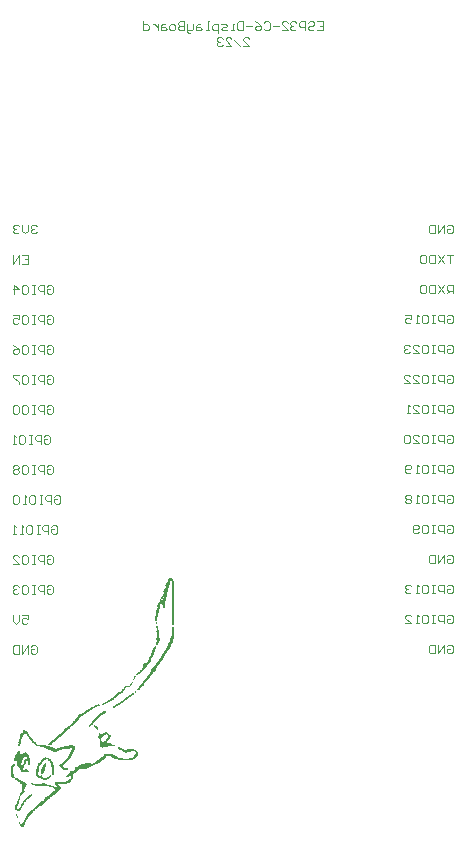
<source format=gbo>
G04*
G04 #@! TF.GenerationSoftware,Altium Limited,Altium Designer,23.1.1 (15)*
G04*
G04 Layer_Color=32896*
%FSLAX44Y44*%
%MOMM*%
G71*
G04*
G04 #@! TF.SameCoordinates,7295AF94-9057-4BB6-BE4D-2D92AE26B948*
G04*
G04*
G04 #@! TF.FilePolarity,Positive*
G04*
G01*
G75*
%ADD14C,0.1250*%
G36*
X973435Y649940D02*
X973700Y649808D01*
X974164Y648946D01*
X974296Y648416D01*
X974694Y647489D01*
X974826Y645369D01*
X974959Y644441D01*
X975091Y644044D01*
X975224Y639936D01*
X975091Y638214D01*
X975224Y636491D01*
X975356Y636094D01*
X975290Y634570D01*
X975157Y632318D01*
X975025Y622645D01*
X975091Y620194D01*
X975224Y619796D01*
X975091Y615689D01*
X975224Y612774D01*
X975356Y612376D01*
X975224Y611051D01*
X974959Y610389D01*
X974760Y610190D01*
X974362Y610057D01*
X973965Y610190D01*
X973700Y610322D01*
X973369Y610786D01*
X973236Y611714D01*
X973369Y613039D01*
X973236Y613436D01*
X973369Y614761D01*
X973501Y615159D01*
X973369Y618339D01*
X973236Y618869D01*
X973369Y620591D01*
X973501Y621121D01*
X973634Y621519D01*
X973501Y623241D01*
X973369Y623639D01*
X973501Y626951D01*
X973369Y627879D01*
X973236Y628276D01*
X973303Y628740D01*
X973435Y629403D01*
X973369Y632516D01*
X973501Y636624D01*
X973369Y637021D01*
X973435Y637882D01*
X973634Y639141D01*
X973501Y639539D01*
X973369Y646031D01*
X973501Y646959D01*
X973369Y647489D01*
X973037Y647820D01*
X972441Y647621D01*
X972110Y647158D01*
X972044Y647091D01*
X971580Y645700D01*
X971381Y644839D01*
X971050Y643978D01*
X970785Y643315D01*
X970586Y642056D01*
X970387Y641328D01*
X970123Y640665D01*
X969924Y639804D01*
X969791Y638479D01*
X969460Y637352D01*
X969261Y636624D01*
X969129Y635299D01*
X968864Y634636D01*
X968731Y633709D01*
X968599Y633179D01*
X968334Y631589D01*
X968069Y630926D01*
X967804Y629071D01*
X967671Y628541D01*
X967539Y628144D01*
X967406Y625626D01*
X967274Y625096D01*
X967075Y624500D01*
X966280Y624367D01*
X965949Y624699D01*
X965816Y626289D01*
X964889Y628276D01*
X964690Y628475D01*
X964425Y628607D01*
X963895Y628475D01*
X963564Y628144D01*
X963431Y626024D01*
X963299Y625494D01*
X963100Y624765D01*
X962968Y624103D01*
X962702Y622513D01*
X962570Y621982D01*
X962040Y620658D01*
X961841Y619531D01*
X961576Y618471D01*
X961179Y617544D01*
X961046Y616351D01*
X960914Y615424D01*
X960649Y614364D01*
X960251Y613436D01*
X960781Y612244D01*
X960715Y611118D01*
X960052Y610985D01*
X959589Y611449D01*
X959456Y613171D01*
X959258Y613900D01*
X959125Y614562D01*
X959191Y615689D01*
X959324Y616086D01*
X959456Y618471D01*
X959589Y619001D01*
X960119Y619796D01*
X960251Y620326D01*
X960119Y620856D01*
X959854Y621121D01*
X959589Y621784D01*
X959854Y622446D01*
X959986Y622711D01*
X960384Y623109D01*
X960516Y624434D01*
X960715Y624632D01*
X961113Y624765D01*
X961311Y624964D01*
X961444Y625229D01*
X961046Y626156D01*
X960914Y626686D01*
X961179Y627349D01*
X961311Y627614D01*
X961510Y627680D01*
X961974Y628276D01*
X962172Y628740D01*
X962371Y629469D01*
X962835Y629800D01*
X963100Y629933D01*
X963299Y630131D01*
X963431Y630529D01*
X963299Y630926D01*
X963166Y631986D01*
X963365Y632185D01*
X964027Y632450D01*
X964226Y633841D01*
X964690Y634305D01*
X964955Y634437D01*
X965286Y634901D01*
X965419Y635431D01*
X965618Y636027D01*
X966677Y636292D01*
X966876Y636491D01*
X967009Y637286D01*
X966677Y637617D01*
X966413Y637750D01*
X966214Y637949D01*
X966081Y638346D01*
X966346Y639274D01*
X966943Y639870D01*
X967340Y641328D01*
X968135Y641460D01*
X968334Y641659D01*
X968466Y642454D01*
X968002Y642653D01*
X967804Y642851D01*
X967671Y643514D01*
X967804Y644044D01*
X968334Y644574D01*
X968731Y645236D01*
X969062Y646097D01*
X969791Y646561D01*
X970123Y647025D01*
X970056Y647356D01*
X969659Y647754D01*
X969526Y648151D01*
X969659Y648681D01*
X970056Y649079D01*
X970918Y649410D01*
X970984Y649609D01*
X971448Y650072D01*
X972773Y650205D01*
X973435Y649940D01*
D02*
G37*
G36*
X961113Y609528D02*
X961510Y608865D01*
X961576Y608799D01*
X961643Y608467D01*
X961908Y607407D01*
X962106Y605221D01*
X962305Y604492D01*
X962438Y603830D01*
X962636Y600849D01*
X962769Y600451D01*
X962901Y597271D01*
X962636Y595681D01*
X962106Y595151D01*
X961775Y594688D01*
X961444Y593826D01*
X961245Y593628D01*
X960450Y593495D01*
X960251Y593694D01*
X960119Y593959D01*
X959589Y594489D01*
X959456Y595284D01*
X959788Y595615D01*
X960052Y595747D01*
X960450Y596145D01*
X960583Y596675D01*
X960516Y597536D01*
X960251Y597801D01*
X960119Y598331D01*
X960251Y598861D01*
X960516Y599126D01*
X960649Y600186D01*
X960384Y601776D01*
X960516Y602174D01*
X960649Y603366D01*
X960516Y603896D01*
X960251Y604559D01*
X960119Y605354D01*
X960384Y606016D01*
X960516Y607209D01*
X959986Y608004D01*
X959854Y608666D01*
X959986Y609196D01*
X960583Y609660D01*
X961113Y609528D01*
D02*
G37*
G36*
X959854Y592369D02*
X959986Y592104D01*
X959854Y591176D01*
X959589Y590116D01*
X959324Y589454D01*
X958661Y588394D01*
X958529Y587466D01*
X958131Y586141D01*
X957999Y585611D01*
X957005Y583690D01*
X956674Y582829D01*
X956011Y581371D01*
X955680Y580908D01*
X955481Y580179D01*
X955216Y579119D01*
X954951Y578854D01*
X954819Y578589D01*
X953361Y577131D01*
X953229Y576866D01*
X952566Y575939D01*
X952434Y575674D01*
X952036Y575276D01*
X951904Y575011D01*
X951374Y574481D01*
X951241Y574216D01*
X950976Y573951D01*
X950844Y573686D01*
X949453Y572295D01*
X949187Y572163D01*
X948989Y571964D01*
X948326Y570771D01*
X947862Y570308D01*
X946670Y569645D01*
X945875Y568850D01*
X945478Y568717D01*
X945080Y569115D01*
X944484Y569049D01*
X944351Y567989D01*
X943357Y567923D01*
X943225Y568187D01*
X943291Y568519D01*
X943556Y569181D01*
X944351Y570639D01*
X944815Y570970D01*
X945014Y570771D01*
X945146Y570374D01*
X945345Y570175D01*
X946008Y570042D01*
X946339Y570374D01*
X946273Y571500D01*
X945809Y571699D01*
X945676Y572096D01*
X946140Y572163D01*
X946537Y571765D01*
X947200Y571898D01*
X947531Y572229D01*
X947796Y572891D01*
X947929Y573421D01*
X948591Y574481D01*
X948724Y576204D01*
X948856Y576601D01*
X948989Y576866D01*
X949519Y577661D01*
X949651Y577926D01*
X950247Y578390D01*
X950645Y578257D01*
X951705Y578125D01*
X952235Y578257D01*
X952434Y578456D01*
X952765Y578920D01*
X953428Y579980D01*
X953759Y581371D01*
X954289Y581901D01*
X954421Y583889D01*
X954819Y584154D01*
X955547Y584352D01*
X955879Y584816D01*
X955746Y586539D01*
X956409Y587466D01*
Y587599D01*
Y587731D01*
X956806Y588659D01*
X957469Y589851D01*
X957734Y590514D01*
X959655Y592435D01*
X959854Y592369D01*
D02*
G37*
G36*
X942496Y567061D02*
X942629Y566531D01*
X942496Y566134D01*
X942364Y565869D01*
X941701Y565471D01*
X941569Y564279D01*
X941436Y563749D01*
X940973Y563550D01*
X940641Y564279D01*
X940906Y564941D01*
X941304Y565339D01*
X941436Y566001D01*
X941569Y566531D01*
X941768Y566730D01*
X942032Y566862D01*
X942231Y567061D01*
X942298Y567127D01*
X942496Y567061D01*
D02*
G37*
G36*
X940376Y562424D02*
X940509Y561894D01*
X940244Y561231D01*
X939979Y560966D01*
X939780Y560503D01*
X939449Y559641D01*
X939118Y559310D01*
X938389Y558846D01*
X937859Y558714D01*
X937726Y558051D01*
X937527Y557455D01*
X936998Y557323D01*
X936468Y557455D01*
X936269Y557654D01*
X935540Y558250D01*
X934944Y558184D01*
X934016Y556461D01*
X933354Y555269D01*
X933221Y555004D01*
X932890Y554673D01*
X932824Y554606D01*
X931963Y553745D01*
X931697Y553613D01*
X930902Y552817D01*
X930638Y552685D01*
X929975Y552023D01*
X929710Y551890D01*
X929313Y551493D01*
X929047Y551360D01*
X928120Y550433D01*
X927193Y549902D01*
X926927Y549770D01*
X926066Y548909D01*
X924808Y548047D01*
X924542Y547915D01*
X924013Y547385D01*
X923085Y546855D01*
X921760Y545928D01*
X921495Y545795D01*
X921230Y545530D01*
X920965Y545397D01*
X920700Y545132D01*
X919508Y544470D01*
X918845Y544205D01*
X917984Y543874D01*
X916725Y543410D01*
X916195Y543278D01*
X915930Y543013D01*
X915665Y542880D01*
X915267Y542482D01*
X914075Y542350D01*
X914009Y542814D01*
X914208Y543410D01*
X914870Y543807D01*
X915798Y543940D01*
X915996Y544139D01*
X916328Y544603D01*
X916592Y544735D01*
X916791Y544934D01*
X917454Y545066D01*
X917984Y545199D01*
X918712Y545795D01*
X920038Y546325D01*
X920435Y546722D01*
X921363Y547253D01*
X921628Y547518D01*
X921892Y547650D01*
X921959Y547849D01*
X922290Y548180D01*
X923217Y548843D01*
X923483Y548975D01*
X924277Y550168D01*
X926066Y551161D01*
X926199Y551426D01*
X926397Y551625D01*
X927325Y552155D01*
X927656Y552486D01*
X927988Y552950D01*
X928650Y553348D01*
X929313Y553613D01*
X930041Y554341D01*
X930770Y554938D01*
X931035Y555070D01*
X931432Y555467D01*
X931697Y556130D01*
X932360Y556527D01*
X932559Y556726D01*
X932956Y557389D01*
X933221Y558051D01*
X933486Y558316D01*
X934149Y558581D01*
X934944Y558714D01*
X937660Y558647D01*
X937859Y560039D01*
X938455Y560635D01*
X938919Y560966D01*
X939581Y562159D01*
X940178Y562490D01*
X940376Y562424D01*
D02*
G37*
G36*
X974893Y608732D02*
X975091Y608401D01*
X975025Y604360D01*
X974893Y602108D01*
X974694Y599259D01*
X974561Y597536D01*
X974429Y597006D01*
X973899Y595284D01*
X973634Y594621D01*
X973037Y594290D01*
X972441Y593561D01*
X972309Y592634D01*
X971779Y591441D01*
X971646Y590514D01*
X971381Y589851D01*
X970851Y589321D01*
X970123Y588195D01*
X969460Y587798D01*
X968864Y587069D01*
X968731Y586539D01*
X968268Y586075D01*
X968002Y585942D01*
X967539Y585479D01*
X967406Y584816D01*
X967274Y583889D01*
X967075Y583690D01*
X966810Y583558D01*
X966611Y583226D01*
X966479Y582696D01*
X966214Y582034D01*
X965551Y581371D01*
X964756Y579914D01*
X964624Y579649D01*
X964160Y579185D01*
X963895Y579053D01*
X963696Y578721D01*
X963564Y578456D01*
X963299Y577794D01*
X962968Y577463D01*
X962702Y577330D01*
X962438Y577065D01*
X961841Y576336D01*
X961709Y576071D01*
X960649Y575011D01*
X960516Y574746D01*
X959456Y573686D01*
X959324Y572891D01*
X959456Y572494D01*
X959589Y571699D01*
X959324Y571036D01*
X958926Y570639D01*
X958065Y570308D01*
X957402Y570042D01*
X957071Y569711D01*
X956541Y568386D01*
X956342Y568187D01*
X956077Y568055D01*
X955746Y567724D01*
X955084Y566531D01*
X954554Y566001D01*
X954222Y565537D01*
X953692Y564743D01*
X953428Y564610D01*
X952765Y563947D01*
X952169Y563219D01*
X952036Y562954D01*
X951572Y562490D01*
X951308Y562357D01*
X951109Y562159D01*
X950976Y561894D01*
X950314Y561231D01*
X950181Y560966D01*
X949916Y560701D01*
X949784Y560436D01*
X949519Y559774D01*
X949386Y559244D01*
X949121Y558581D01*
X948392Y558250D01*
X947730Y557985D01*
X947465Y557853D01*
X946471Y556859D01*
X945941Y555931D01*
X945212Y555335D01*
X944682Y555202D01*
X944020Y554938D01*
X943357Y554275D01*
X943159Y554341D01*
X943424Y555004D01*
X943821Y555666D01*
X944351Y556859D01*
X945146Y557654D01*
X945279Y557919D01*
X946736Y559376D01*
X946869Y559641D01*
X947134Y559906D01*
X947266Y560171D01*
X947531Y560436D01*
X947664Y560701D01*
X949121Y562159D01*
X949254Y562424D01*
X949651Y562821D01*
X949784Y563086D01*
X950049Y563351D01*
X950181Y563616D01*
X950446Y563881D01*
X950579Y564146D01*
X951639Y565206D01*
X951771Y565471D01*
X952434Y566399D01*
X952566Y566664D01*
X952831Y566929D01*
X952964Y567194D01*
X953361Y567591D01*
X953891Y568519D01*
X954024Y568784D01*
X954554Y569579D01*
X955481Y571301D01*
X955813Y571632D01*
X957667Y574548D01*
X958264Y575276D01*
X958396Y575541D01*
X959059Y576204D01*
X959191Y576469D01*
X960119Y577396D01*
X960251Y577661D01*
X960516Y577926D01*
X961311Y579384D01*
X961709Y579781D01*
X962504Y580444D01*
X963431Y582166D01*
X963696Y582829D01*
X964094Y583756D01*
X964293Y583955D01*
X964955Y585015D01*
X965154Y585744D01*
X966346Y587466D01*
X966479Y587731D01*
X966876Y588129D01*
X967009Y588394D01*
X967671Y589056D01*
X968201Y589984D01*
X968864Y591441D01*
X969791Y593164D01*
X970785Y595350D01*
X971315Y596145D01*
X971381Y596211D01*
X971779Y597404D01*
X972044Y598066D01*
X972507Y599590D01*
X972640Y600120D01*
X973303Y601842D01*
X973501Y602836D01*
X973369Y604161D01*
X973236Y604559D01*
X973369Y606679D01*
X973501Y607606D01*
X973766Y608269D01*
X973899Y608534D01*
X974362Y608865D01*
X974893Y608732D01*
D02*
G37*
G36*
X942894Y553944D02*
X942629Y553016D01*
X942364Y552751D01*
X941503Y552552D01*
X941039Y551691D01*
X940443Y551095D01*
X940178Y550962D01*
X939118Y550300D01*
X938852Y550168D01*
X938455Y549770D01*
X937793Y549372D01*
X937262Y548843D01*
X936070Y547915D01*
X935805Y547783D01*
X935474Y547451D01*
X935143Y546987D01*
X934877Y546855D01*
X934679Y546656D01*
X933818Y546325D01*
X933619Y546126D01*
X933486Y545861D01*
X933221Y545596D01*
X933089Y545331D01*
X932625Y545000D01*
X932360Y544868D01*
X931697Y544603D01*
X931300Y544205D01*
X931035Y544072D01*
X930770Y543807D01*
X930505Y543675D01*
X929843Y543410D01*
X929577Y543145D01*
X928650Y542615D01*
X927988Y542350D01*
X927458Y541820D01*
X926795Y541423D01*
X925867Y541157D01*
X925470Y540760D01*
X924542Y540098D01*
X923217Y539965D01*
X923151Y540164D01*
X923549Y540826D01*
X923681Y541091D01*
X924013Y541423D01*
X925205Y542085D01*
X926397Y543013D01*
X926927Y543145D01*
X927193Y543410D01*
X927458Y543543D01*
X927722Y543807D01*
X928186Y544139D01*
X929776Y545199D01*
X929843Y545265D01*
X930372Y545530D01*
X930770Y545928D01*
X931035Y546060D01*
X931697Y546722D01*
X932625Y547385D01*
X932890Y547518D01*
X933288Y547915D01*
X934215Y548577D01*
X934480Y548710D01*
X934745Y548975D01*
X935209Y549306D01*
X935938Y549902D01*
X938190Y551095D01*
X938455Y551227D01*
X938720Y551493D01*
X938985Y551625D01*
X939515Y552155D01*
X939780Y552287D01*
X940045Y552552D01*
X941370Y552685D01*
X941701Y553414D01*
X941900Y553613D01*
X942165Y553745D01*
X942430Y554010D01*
X942894Y553944D01*
D02*
G37*
G36*
X917255Y537315D02*
X917719Y536851D01*
X917586Y536454D01*
X917122Y535990D01*
X916858Y535858D01*
X916791Y535659D01*
X916062Y535062D01*
X915400Y534798D01*
X914870Y534665D01*
X914274Y534069D01*
X913214Y533406D01*
X912551Y532214D01*
X912087Y531750D01*
X911160Y531220D01*
X910762Y530822D01*
X909835Y530293D01*
X909239Y529696D01*
X909106Y529431D01*
X908378Y528703D01*
X908112Y528570D01*
X907781Y528239D01*
X907649Y527974D01*
X907384Y527709D01*
X907251Y527444D01*
X906721Y526649D01*
X906589Y526384D01*
X905595Y525390D01*
X905330Y525257D01*
X904270Y524198D01*
X903607Y524065D01*
X903276Y524529D01*
X903409Y525059D01*
X903806Y525721D01*
X904469Y526914D01*
X905529Y527974D01*
X905860Y528438D01*
X906456Y529166D01*
X906589Y529431D01*
X906986Y529829D01*
X907119Y530094D01*
X907318Y530293D01*
X907582Y530425D01*
X908775Y531618D01*
X909040Y531750D01*
X909636Y532346D01*
X909769Y532611D01*
X910034Y532876D01*
X910166Y533141D01*
X910630Y533605D01*
X910895Y533737D01*
X911160Y534002D01*
X911425Y534135D01*
X912021Y534731D01*
X913611Y535791D01*
X913678Y535858D01*
X914141Y536189D01*
X914870Y536785D01*
X915798Y537315D01*
X916328Y537448D01*
X917255Y537315D01*
D02*
G37*
G36*
X908643Y524992D02*
X908907Y524860D01*
X909504Y524264D01*
X909636Y523999D01*
X910365Y523402D01*
X910630Y523270D01*
X911028Y522873D01*
X911226Y522144D01*
X911094Y521614D01*
X910895Y521415D01*
X910232Y521283D01*
X909703Y521415D01*
X909504Y521614D01*
X909371Y521879D01*
X909106Y522144D01*
X908974Y522409D01*
X908576Y522806D01*
X908510Y522873D01*
X907980Y523402D01*
X907318Y524463D01*
X907119Y525191D01*
X907450Y525522D01*
X908643Y524992D01*
D02*
G37*
G36*
X918447Y519825D02*
X918646Y519626D01*
X918779Y519361D01*
X919508Y518633D01*
X920104Y517904D01*
X920236Y517639D01*
X921097Y517175D01*
X921561Y516711D01*
X921694Y516049D01*
X921429Y515386D01*
X921230Y515187D01*
X920634Y514459D01*
X920501Y514194D01*
X919971Y513399D01*
X919309Y512206D01*
X919110Y512007D01*
X918183Y511478D01*
X917984Y511279D01*
X917454Y510351D01*
X916725Y509888D01*
X916460Y509755D01*
X916129Y509424D01*
X915996Y509159D01*
X916460Y508960D01*
X916990Y509092D01*
X917653Y509755D01*
X918315Y509888D01*
X920833Y510020D01*
X921363Y509888D01*
X921959Y509556D01*
X922754Y509026D01*
X923880Y508828D01*
X924808Y508563D01*
X925404Y508231D01*
X925536Y507569D01*
X925338Y507370D01*
X923880Y507238D01*
X922290Y507635D01*
X921363Y507767D01*
X920303Y507503D01*
X919574Y507304D01*
X918249Y506774D01*
X917719Y506641D01*
X916129Y506509D01*
X915267Y506310D01*
X914737Y506177D01*
X913412Y506310D01*
X912551Y506641D01*
X912154Y507304D01*
X912286Y508761D01*
X912419Y509159D01*
X912551Y511809D01*
X912485Y511875D01*
X912419Y511941D01*
X912286Y512736D01*
X912154Y513266D01*
X911889Y513929D01*
X911292Y514393D01*
X911028Y514525D01*
X910564Y515254D01*
X910696Y515784D01*
X911226Y516711D01*
X911359Y517241D01*
X911226Y517771D01*
X911359Y518301D01*
X911557Y518500D01*
X911955Y518633D01*
X913678Y517837D01*
X914208Y517970D01*
X914870Y518235D01*
X916062Y518898D01*
X916328Y519030D01*
X916526Y519229D01*
X917255Y519825D01*
X917917Y519958D01*
X918447Y519825D01*
D02*
G37*
G36*
X911690Y543013D02*
X912286Y542416D01*
X912220Y541953D01*
X911955Y541820D01*
X910895Y541555D01*
X909437Y540892D01*
X907450Y539832D01*
X905993Y539038D01*
X905727Y538773D01*
X905462Y538640D01*
X905198Y538375D01*
X904005Y537713D01*
X903607Y537315D01*
X903343Y537183D01*
X903077Y536917D01*
X902614Y536586D01*
X900957Y535327D01*
X899765Y534665D01*
X899500Y534533D01*
X898440Y533870D01*
X898175Y533737D01*
X898109Y533671D01*
X897910Y533605D01*
X897115Y533075D01*
X895922Y532412D01*
X895658Y532280D01*
X894929Y531551D01*
X894399Y530624D01*
X894001Y529696D01*
X893736Y529034D01*
X893471Y528769D01*
X893339Y528504D01*
X892345Y527775D01*
X892080Y527643D01*
X891550Y527113D01*
X891285Y526980D01*
X890622Y526317D01*
X890026Y525589D01*
X889297Y524992D01*
X889033Y524860D01*
X888503Y524330D01*
X888238Y524198D01*
X887442Y523402D01*
X887178Y523270D01*
X886913Y522873D01*
X886647Y522740D01*
X885853Y521945D01*
X885389Y521614D01*
X884660Y521017D01*
X883733Y520488D01*
X883269Y520024D01*
X882606Y519096D01*
X882474Y518831D01*
X880950Y517308D01*
X880685Y517175D01*
X880619Y516976D01*
X879890Y516247D01*
X879625Y516115D01*
X878962Y515452D01*
X878698Y515320D01*
X878432Y515055D01*
X878167Y514922D01*
X877770Y514525D01*
X877505Y514393D01*
X876445Y513332D01*
X876180Y513200D01*
X875915Y512935D01*
X875650Y512803D01*
X875385Y512537D01*
X875120Y512405D01*
X874723Y512007D01*
X874457Y511875D01*
X873265Y510682D01*
X873000Y510550D01*
X872801Y510351D01*
X872073Y509755D01*
X871410Y509357D01*
X870615Y508828D01*
X869688Y508298D01*
X868760Y508165D01*
X868429Y508496D01*
X868296Y509291D01*
X869025Y509888D01*
X869290Y510020D01*
X870085Y510815D01*
X871012Y511345D01*
X871277Y511478D01*
X872337Y512537D01*
X872602Y512670D01*
X873265Y513332D01*
X874457Y514260D01*
X874723Y514393D01*
X875782Y515452D01*
X876048Y515585D01*
X876312Y515850D01*
X876578Y515983D01*
X877903Y517308D01*
X878167Y517440D01*
X878565Y517837D01*
X879758Y518765D01*
X880023Y518898D01*
X880619Y519626D01*
X880751Y519891D01*
X882209Y521349D01*
X882341Y521614D01*
X883203Y522475D01*
X883467Y522607D01*
X883733Y522873D01*
X883997Y523005D01*
X885058Y523667D01*
X885654Y524396D01*
X885985Y524860D01*
X887178Y525522D01*
X887509Y525854D01*
X887641Y526119D01*
X888370Y526847D01*
X888635Y526980D01*
X888834Y527179D01*
X888966Y527444D01*
X889231Y527709D01*
X889364Y527974D01*
X889695Y528305D01*
X889960Y528438D01*
X890225Y528703D01*
X890490Y528835D01*
X890954Y529696D01*
X891683Y530425D01*
X892279Y531154D01*
X892809Y532081D01*
X893471Y533274D01*
X893935Y533737D01*
X895127Y534400D01*
X897645Y535725D01*
X898572Y536255D01*
X899368Y536387D01*
X900163Y536917D01*
X901620Y537713D01*
X902945Y538640D01*
X903210Y538773D01*
X903409Y538971D01*
X905065Y540230D01*
X906191Y540826D01*
X907251Y541489D01*
X908510Y541953D01*
X910034Y542681D01*
X910696Y542946D01*
X911226Y543079D01*
X911690Y543013D01*
D02*
G37*
G36*
X929114Y506376D02*
X929776Y506111D01*
X930638Y505780D01*
X933420Y504455D01*
X934613Y504323D01*
X935540Y504720D01*
X936335Y504852D01*
X936468D01*
X937793Y504720D01*
X938720Y504852D01*
X939118Y504985D01*
X940111Y504919D01*
X940774Y504786D01*
X941900Y504588D01*
X942430Y504455D01*
X943092Y504190D01*
X944020Y503262D01*
X944616Y502534D01*
X944749Y501739D01*
X944881Y501341D01*
X944749Y500281D01*
X944351Y499354D01*
X944086Y499089D01*
X943954Y498824D01*
X943357Y498228D01*
X943092Y498095D01*
X942828Y497830D01*
X942562Y497697D01*
X942298Y497433D01*
X942032Y497300D01*
X941105Y496637D01*
X939648Y495843D01*
X939118Y495710D01*
X937925Y496240D01*
X936998Y495843D01*
X935805Y495710D01*
X935407Y495843D01*
X933884Y495776D01*
X933354Y495644D01*
X929180Y495710D01*
X928650Y495843D01*
X927325Y496240D01*
X926397Y496637D01*
X925205Y496770D01*
X924542Y497035D01*
X924277Y497168D01*
X923880Y497565D01*
X922754Y498161D01*
X921959Y498691D01*
X921296Y498956D01*
X920766Y499089D01*
X919971Y499221D01*
X918845Y499420D01*
X917520Y499287D01*
X917321Y499089D01*
X917189Y498426D01*
X917321Y498029D01*
X916990Y497168D01*
X914737Y495975D01*
X914473Y495710D01*
X914208Y495578D01*
X913479Y494849D01*
X911823Y493590D01*
X911160Y493192D01*
X910431Y492861D01*
X909636Y492331D01*
X908775Y492000D01*
X907649Y491536D01*
X906390Y491073D01*
X905727Y490807D01*
X904999Y490476D01*
X904137Y490145D01*
X901355Y488820D01*
X900626Y488489D01*
X899964Y488224D01*
X899301Y488091D01*
X897645Y487892D01*
X895127Y488025D01*
X894465Y487760D01*
X894200Y487627D01*
X893802Y487230D01*
X893538Y487098D01*
X893140Y486700D01*
X892875Y486567D01*
X891417Y485110D01*
X891152Y484977D01*
X890821Y484646D01*
X890689Y484381D01*
X890291Y483984D01*
X890159Y483719D01*
X889894Y483454D01*
X889761Y480804D01*
X889496Y480141D01*
X889364Y479876D01*
X889165Y479678D01*
X887906Y478021D01*
X887774Y477756D01*
X887045Y477028D01*
X885853Y476365D01*
X885654Y476166D01*
X884991Y475901D01*
X883865Y475703D01*
X883070Y475173D01*
X882275Y475040D01*
X881612Y475305D01*
X879360Y475438D01*
X878698Y475703D01*
X877505Y475835D01*
X877174Y475239D01*
X877306Y474841D01*
X877770Y474510D01*
X878035Y474378D01*
X878631Y473649D01*
X878764Y473384D01*
X879161Y472986D01*
X879294Y472324D01*
X879161Y471794D01*
X878896Y471529D01*
X878764Y471264D01*
X877770Y470270D01*
X877505Y470137D01*
X875253Y467885D01*
X874987Y467752D01*
X874325Y467090D01*
X874060Y466958D01*
X873464Y466361D01*
X873331Y466096D01*
X873132Y466030D01*
X872868Y465765D01*
X872404Y465434D01*
X871675Y464837D01*
X871410Y464705D01*
X870482Y464308D01*
X869886Y463579D01*
X869754Y463314D01*
X869555Y463115D01*
X869290Y462982D01*
X868760Y462453D01*
X868495Y462320D01*
X867170Y460995D01*
X866905Y460863D01*
X865182Y459140D01*
X864918Y459007D01*
X862996Y457086D01*
X862268Y456490D01*
X860943Y456357D01*
X860015Y456225D01*
X859684Y455894D01*
X859551Y455629D01*
X858822Y454900D01*
X858359Y454569D01*
X858226Y454304D01*
X857829Y453906D01*
X857696Y453641D01*
X857100Y453045D01*
X856835Y452912D01*
X856106Y452184D01*
X855974Y451919D01*
X855576Y451521D01*
X854847Y450925D01*
X854583Y450793D01*
X853854Y450064D01*
X853721Y449799D01*
X853324Y449401D01*
X852794Y448474D01*
X852529Y448209D01*
X852396Y447944D01*
X852197Y447878D01*
X851866Y447546D01*
X851734Y447281D01*
X851469Y447016D01*
X851336Y446486D01*
X850674Y445559D01*
X849879Y444101D01*
X849349Y443174D01*
X849216Y442114D01*
X849084Y441584D01*
X848156Y440259D01*
X848024Y439994D01*
X847295Y439265D01*
X846500Y439132D01*
X845970Y439265D01*
X845639Y439596D01*
X845109Y440524D01*
X844844Y441186D01*
X844711Y441451D01*
X844512Y441517D01*
X843850Y442578D01*
X843651Y443439D01*
X843519Y443836D01*
X843585Y444035D01*
X843850Y443770D01*
X844115Y443638D01*
X844645Y442975D01*
X845109Y441716D01*
X845440Y441385D01*
X846367Y441253D01*
X846765Y441650D01*
X847229Y442909D01*
X847825Y444300D01*
X848156Y445161D01*
X848819Y446089D01*
X849481Y447281D01*
X850674Y449534D01*
X850939Y449799D01*
X851071Y450064D01*
X851336Y450329D01*
X851469Y450594D01*
X852595Y451720D01*
X852860Y451852D01*
X853390Y452383D01*
X853655Y452515D01*
X854317Y453177D01*
X854583Y453310D01*
X854649Y453509D01*
X854847Y453575D01*
X855908Y454635D01*
X856172Y454767D01*
X860479Y459074D01*
X860611Y459339D01*
X862201Y460929D01*
X862930Y461525D01*
X864122Y461393D01*
X864652Y461525D01*
X865315Y462188D01*
X865911Y463844D01*
X866176Y464109D01*
X866905Y464705D01*
X867369Y465036D01*
X868098Y465633D01*
X869555Y466427D01*
X869820Y466693D01*
X870085Y466825D01*
X871940Y468680D01*
X872205Y468812D01*
X872470Y469077D01*
X872735Y469210D01*
X873265Y469740D01*
X873530Y469873D01*
X873994Y470336D01*
X874126Y471396D01*
X873795Y471727D01*
X873530Y471860D01*
X871609Y472721D01*
X870218Y473052D01*
X868627Y473450D01*
X867700Y473582D01*
X866773Y473980D01*
X865315Y474113D01*
X863725Y473848D01*
X863327Y473715D01*
X859551Y473781D01*
X858491Y474046D01*
X857497Y474245D01*
X856967Y474378D01*
X856040Y474510D01*
X855113Y474907D01*
X854847Y475040D01*
X854516Y475371D01*
X854384Y475901D01*
X854847Y476232D01*
X855245Y476100D01*
X856967Y475570D01*
X857895Y475438D01*
X859220Y475570D01*
X859617Y475703D01*
X861605Y475570D01*
X862135Y475703D01*
X863460Y475835D01*
X863857Y475967D01*
X865580Y476100D01*
X867104Y475371D01*
X868561Y474841D01*
X869621Y474576D01*
X870284Y474444D01*
X871145Y474245D01*
X871874Y474046D01*
X872735Y473848D01*
X873795Y473582D01*
X874723Y473185D01*
X875915Y473052D01*
X876246Y473516D01*
X876114Y474046D01*
X874987Y474907D01*
X874723Y475040D01*
X874126Y475769D01*
X874193Y476365D01*
X874656Y476696D01*
X876114Y477226D01*
X876776Y477359D01*
X882010Y477293D01*
X882937Y477425D01*
X884262Y477822D01*
X884925Y478088D01*
X885190Y478353D01*
X885455Y478485D01*
X885720Y478750D01*
X885985Y478882D01*
X886515Y479412D01*
X886780Y479545D01*
X887178Y479943D01*
X887774Y480671D01*
X887906Y482261D01*
X887708Y482460D01*
X887178Y482593D01*
X886647Y482460D01*
X885720Y481533D01*
X885455Y481400D01*
X885256Y481201D01*
X884594Y480936D01*
X883997Y481003D01*
X883799Y481201D01*
X883666Y481731D01*
X883931Y482394D01*
X884130Y482593D01*
X885322Y483520D01*
X885587Y483652D01*
X886449Y484514D01*
X886780Y484977D01*
X887111Y485839D01*
X887442Y486170D01*
X888105Y486302D01*
X888503Y486170D01*
X889297Y486037D01*
X889827Y486170D01*
X890159Y486501D01*
X891086Y487694D01*
X891219Y489284D01*
X891550Y489615D01*
X892014Y489814D01*
X892875Y490145D01*
X893935Y490807D01*
X894200Y490940D01*
X895127Y491603D01*
X896055Y492132D01*
X896718Y492397D01*
X897115Y492530D01*
X899235Y492663D01*
X899632Y492795D01*
X902018Y492928D01*
X902415Y492795D01*
X904005Y492663D01*
X904402Y492795D01*
X905993Y492663D01*
X907185Y493192D01*
X907450Y493325D01*
X907715Y493590D01*
X907980Y493722D01*
X908907Y494385D01*
X909173Y494518D01*
X910100Y495445D01*
X910365Y495578D01*
X910829Y496041D01*
X912485Y497300D01*
X912750Y497433D01*
X913545Y497962D01*
X914737Y498625D01*
X915400Y498890D01*
X915930Y499022D01*
X916195Y499420D01*
X916129Y500414D01*
X916725Y501010D01*
X919110Y501143D01*
X921230Y501010D01*
X922290Y500745D01*
X922952Y500480D01*
X924145Y499950D01*
X926397Y498890D01*
X927325Y498493D01*
X927789Y498029D01*
X928451Y497764D01*
X929114Y497631D01*
X930638Y497433D01*
X931963Y497035D01*
X932625Y496770D01*
X934215Y496637D01*
X934613Y496505D01*
X935275Y496637D01*
X936202Y496770D01*
X936865Y497035D01*
X938124Y497234D01*
X938852Y497433D01*
X939780Y497830D01*
X940178Y498228D01*
X940443Y498360D01*
X941436Y499354D01*
X941569Y499619D01*
X941768Y499818D01*
X942298Y500612D01*
X942894Y501341D01*
X943026Y502004D01*
X942828Y502600D01*
X941635Y503262D01*
X941370Y503395D01*
X941105Y503660D01*
X939780Y503792D01*
X938985Y503262D01*
X938720Y503130D01*
X938521Y502931D01*
X937859Y502799D01*
X936732Y502865D01*
X935805Y502467D01*
X935540Y502335D01*
X935275Y502070D01*
X934215Y501937D01*
X933089Y502534D01*
X932426Y502799D01*
X931565Y503130D01*
X930638Y503792D01*
X930372Y503925D01*
X929445Y504588D01*
X928252Y505250D01*
X927789Y505714D01*
X927656Y506244D01*
X927988Y506575D01*
X928252Y506707D01*
X929114Y506376D01*
D02*
G37*
G36*
X844976Y503594D02*
X845109Y502931D01*
Y502799D01*
X844976Y502136D01*
X844844Y501739D01*
X844976Y501076D01*
X845573Y500612D01*
X846500Y500877D01*
X847361Y501341D01*
X848090Y501937D01*
X849415Y502070D01*
X850342Y501673D01*
X850608Y501540D01*
X850872Y501275D01*
X851137Y501143D01*
X851866Y500414D01*
X851999Y500149D01*
X852197Y499950D01*
X852728Y498493D01*
X852926Y497234D01*
X853059Y495909D01*
X852926Y495511D01*
X852794Y492596D01*
X852661Y491669D01*
X852330Y491338D01*
X851667Y491205D01*
X851469Y491404D01*
X851204Y492066D01*
X851071Y497366D01*
X850806Y498294D01*
X850078Y498890D01*
X849283Y498758D01*
X847494Y496969D01*
X846831Y495776D01*
X846235Y494650D01*
X846036Y493921D01*
X845639Y492994D01*
X845506Y492066D01*
X845639Y491139D01*
X845837Y490940D01*
X846103Y490807D01*
X846633Y490940D01*
X846765Y491205D01*
X847428Y492265D01*
X847692Y492928D01*
X847891Y493656D01*
X848156Y494319D01*
X849084Y496306D01*
X849283Y496505D01*
X849680Y496637D01*
X850276Y496439D01*
X850409Y495511D01*
X849945Y494385D01*
X849680Y493722D01*
X849548Y493192D01*
X849349Y492464D01*
X848289Y490211D01*
X847891Y489284D01*
X847626Y489019D01*
X847494Y488091D01*
X848090Y487627D01*
X848951Y487694D01*
X850011Y487959D01*
X850608Y487892D01*
X850939Y487561D01*
X851071Y487296D01*
X851535Y486965D01*
X852661Y486369D01*
X852860Y485905D01*
X852794Y485574D01*
X852595Y485375D01*
X851535Y485243D01*
X850872Y485508D01*
X850342Y485640D01*
X849945Y485773D01*
X848686Y485706D01*
X847361Y485441D01*
X847030Y485508D01*
X846500Y485640D01*
X845639Y486766D01*
X845506Y487031D01*
X844711Y487826D01*
X844579Y488091D01*
X844380Y488290D01*
X843519Y489549D01*
X842591Y491271D01*
X842459Y494584D01*
X842194Y495644D01*
X841862Y495843D01*
X841332Y495578D01*
X841266Y495379D01*
X841001Y495114D01*
X840869Y494849D01*
X840405Y494518D01*
X839676Y494584D01*
X839544Y495246D01*
X839875Y495975D01*
X840007Y496505D01*
X839941Y497631D01*
X840074Y498161D01*
X841134Y500414D01*
X841266Y500679D01*
X841465Y500877D01*
X841796Y501739D01*
X841929Y502269D01*
X843055Y503395D01*
X843519Y503726D01*
X844248Y503925D01*
X844976Y503594D01*
D02*
G37*
G36*
X849017Y521150D02*
X849614Y520554D01*
X850342Y519958D01*
X851601Y518301D01*
X852529Y517109D01*
X852661Y516844D01*
X853258Y516247D01*
X853854Y515519D01*
X853986Y515254D01*
X855046Y514194D01*
X855709Y513001D01*
X855974Y512736D01*
X856106Y512471D01*
X857497Y511080D01*
X857763Y510947D01*
X858094Y510616D01*
X858558Y509888D01*
X858756Y509159D01*
X859088Y508828D01*
X860280Y508695D01*
X860677Y508828D01*
X862201Y508629D01*
X863261Y508496D01*
X865182Y508298D01*
X865580Y508430D01*
X866507Y508298D01*
X867302Y507767D01*
X868098Y507635D01*
X868627Y507503D01*
X869356Y507171D01*
X871012Y506575D01*
X871543Y506442D01*
X873530Y505515D01*
X874987Y505382D01*
X876114Y505714D01*
X876975Y506045D01*
X877505Y506177D01*
X878432Y506442D01*
X879161Y506641D01*
X881348Y507105D01*
X882076Y507304D01*
X882606Y507436D01*
X884130Y507635D01*
X885190Y507900D01*
X886515Y508032D01*
X886913Y508165D01*
X888767Y508298D01*
X889297Y508165D01*
X889960Y507900D01*
X890888Y507503D01*
X891219Y507171D01*
X891351Y505846D01*
X891219Y505316D01*
X890954Y504654D01*
X888701Y500016D01*
X888039Y498956D01*
X887906Y498691D01*
X887509Y498294D01*
X886714Y496836D01*
X886316Y496439D01*
X886184Y496174D01*
X885786Y495776D01*
X885654Y495511D01*
X884991Y494849D01*
X884859Y494584D01*
X883600Y493325D01*
X883335Y493192D01*
X882275Y492132D01*
X882010Y492000D01*
X881546Y491404D01*
X881414Y490741D01*
X881546Y490344D01*
X881679Y490079D01*
X882937Y488820D01*
X884792Y488688D01*
X885322Y488555D01*
X885521Y488224D01*
X885455Y487892D01*
X884528Y487230D01*
X883203Y487098D01*
X882673Y487230D01*
X882010Y487495D01*
X881215Y488025D01*
X880950Y488158D01*
X880221Y488886D01*
X880089Y489151D01*
X879559Y489681D01*
X878830Y490277D01*
X878167Y490675D01*
X877704Y491271D01*
X877836Y491801D01*
X878035Y491867D01*
X878234Y492066D01*
X879095Y492397D01*
X880023Y493060D01*
X880287Y493192D01*
X881215Y494120D01*
X881480Y494253D01*
X883269Y496041D01*
X883401Y496306D01*
X883666Y496571D01*
X883799Y496836D01*
X884991Y498029D01*
X885124Y498294D01*
X885389Y498559D01*
X885521Y498824D01*
X886184Y499884D01*
X888701Y504654D01*
X888834Y505184D01*
X888701Y505714D01*
X888238Y506045D01*
X887509Y505979D01*
X885389Y505449D01*
X884726Y505316D01*
X884196Y505184D01*
X882540Y504985D01*
X882408D01*
X881944Y504919D01*
X880884Y504654D01*
X879625Y504190D01*
X879095Y504058D01*
X878167Y503792D01*
X877637Y503660D01*
X876975Y503395D01*
X876776Y503196D01*
X875451Y502666D01*
X874723Y502467D01*
X874193Y502600D01*
X871940Y503660D01*
X870748Y504190D01*
X869886Y504521D01*
X867832Y505250D01*
X866176Y505979D01*
X865182Y506177D01*
X864652Y506310D01*
X863526Y506641D01*
X862466Y507039D01*
X861075Y507238D01*
X859750Y507370D01*
X858822Y507767D01*
X858226Y508496D01*
X858094Y508761D01*
X856636Y509689D01*
X855908Y510285D01*
X855642Y510418D01*
X854914Y511146D01*
X854781Y511411D01*
X852529Y514591D01*
X851601Y515784D01*
X851071Y516711D01*
X850939Y516976D01*
X850541Y517374D01*
X850409Y517639D01*
X849812Y518235D01*
X849017Y518368D01*
X848620Y518235D01*
X848355Y518102D01*
X847494Y516446D01*
X846831Y515254D01*
X846699Y514989D01*
X846500Y514790D01*
X846103Y513730D01*
X845970Y513200D01*
X845837Y512537D01*
X845705Y512007D01*
X845573Y511345D01*
X845307Y510285D01*
X844844Y508099D01*
X844512Y507370D01*
X843982Y507238D01*
X843386Y507436D01*
X842989Y508099D01*
X843121Y508629D01*
X843386Y509291D01*
X843519Y509689D01*
X843386Y511014D01*
X843519Y511544D01*
X843982Y512670D01*
X844115Y513200D01*
X844314Y514061D01*
X844579Y514724D01*
X844711Y515784D01*
X845109Y516711D01*
X845904Y518169D01*
X846699Y518964D01*
X847030Y519427D01*
X847295Y520090D01*
X847494Y520819D01*
X847825Y521150D01*
X848487Y521283D01*
X849017Y521150D01*
D02*
G37*
G36*
X866375Y492795D02*
X866640Y492397D01*
X866773Y491735D01*
X866706Y490874D01*
X866574Y490344D01*
X866309Y489681D01*
X866110Y489482D01*
X865779Y488091D01*
X865646Y487561D01*
X864918Y485905D01*
X864785Y485375D01*
X864586Y484646D01*
X863990Y484050D01*
X863327Y483918D01*
X863195Y484183D01*
X862864Y485044D01*
X862731Y485441D01*
X862599Y487164D01*
X863195Y488555D01*
X863394Y489284D01*
X863460Y489350D01*
X864321Y491006D01*
X864851Y492199D01*
X864984Y492464D01*
X865845Y492928D01*
X866375Y492795D01*
D02*
G37*
G36*
X867568Y497830D02*
X868495Y497697D01*
X869423Y497300D01*
X869688Y497168D01*
X869952Y496903D01*
X870416Y496571D01*
X870549Y496306D01*
X870946Y495909D01*
X871079Y495644D01*
X871145Y495578D01*
X871277Y495312D01*
X872337Y493722D01*
X872602Y493060D01*
X873000Y492000D01*
X873398Y490410D01*
X873596Y489151D01*
X873729Y488754D01*
X873861Y485574D01*
X873729Y484646D01*
X873398Y483785D01*
X872735Y483387D01*
X872205Y483520D01*
X871874Y483851D01*
X871741Y485044D01*
X871874Y485441D01*
X872006Y487959D01*
X871874Y488489D01*
X871609Y489416D01*
X871344Y490476D01*
X871211Y491404D01*
X871079Y491934D01*
X870681Y492861D01*
X870151Y493789D01*
X869886Y494451D01*
X869621Y494716D01*
X869489Y494981D01*
X868826Y495644D01*
X868098Y496240D01*
X867038Y496372D01*
X866110Y496107D01*
X865447Y495843D01*
X865182Y495578D01*
X864918Y495445D01*
X864056Y494584D01*
X863526Y493656D01*
X863394Y493391D01*
X862996Y492994D01*
X862864Y492729D01*
X862599Y492464D01*
X862466Y492199D01*
X861936Y491669D01*
X861141Y490211D01*
X860876Y489549D01*
X860744Y488091D01*
X860545Y486302D01*
X860346Y484116D01*
X860611Y483189D01*
X861075Y482725D01*
X862002Y482593D01*
X862400Y482725D01*
X862930Y482858D01*
X863129Y482659D01*
X863261Y482394D01*
X863593Y481533D01*
X864520Y481003D01*
X865315Y480870D01*
X865713Y480737D01*
X866375Y480870D01*
X867302Y481135D01*
X868296Y481731D01*
X869952Y482858D01*
X870814Y482791D01*
X870946Y482261D01*
X870549Y481334D01*
X869489Y480274D01*
X868429Y479611D01*
X867766Y479346D01*
X866507Y479147D01*
X865580Y479015D01*
X865050Y479147D01*
X864122Y479280D01*
X863195Y479545D01*
X862002Y480075D01*
X859485Y481400D01*
X859220Y481665D01*
X858955Y481797D01*
X858094Y482924D01*
X857961Y483454D01*
X857829Y483851D01*
X857961Y484381D01*
X858491Y485574D01*
X858624Y486104D01*
X858756Y486501D01*
X858690Y486700D01*
X858756Y488621D01*
X858889Y489151D01*
X859021Y490079D01*
X859816Y491801D01*
X860214Y492729D01*
X860346Y492994D01*
X860611Y493259D01*
X860744Y493524D01*
X861274Y494054D01*
X862201Y495246D01*
X862334Y495511D01*
X863327Y496505D01*
X863593Y496637D01*
X863857Y496903D01*
X864122Y497035D01*
X865050Y497697D01*
X865580Y497830D01*
X865977Y497962D01*
X867568Y497830D01*
D02*
G37*
G36*
X840273Y492397D02*
X840471Y491934D01*
X840206Y491139D01*
X839146Y490079D01*
X838616Y489151D01*
X838484Y487429D01*
X838616Y487031D01*
X838749Y484911D01*
X839279Y483189D01*
X839610Y482327D01*
X840140Y481533D01*
X840471Y480671D01*
X840670Y480472D01*
X840935Y480340D01*
X841995Y480605D01*
X842923Y480340D01*
X843187Y480075D01*
X843453Y479943D01*
X844115Y479280D01*
X844380Y479147D01*
X845307Y478485D01*
X846765Y477690D01*
X848421Y476961D01*
X849680Y476497D01*
X850144Y475901D01*
X850276Y475106D01*
X849746Y473914D01*
X849481Y473649D01*
X849349Y472854D01*
X848951Y471926D01*
X848819Y471661D01*
X848421Y471264D01*
X848289Y470336D01*
X848554Y469674D01*
X848487Y468680D01*
X847560Y468150D01*
X847295Y467885D01*
X847030Y467752D01*
X846434Y467156D01*
X845109Y464639D01*
X844844Y463976D01*
X844446Y462651D01*
X843916Y461326D01*
X843784Y459471D01*
X843651Y458941D01*
X843453Y458213D01*
X843254Y457351D01*
X842790Y456888D01*
X842525Y456755D01*
X842194Y456424D01*
X842061Y455761D01*
X842326Y455099D01*
X843055Y454502D01*
X843850Y454635D01*
X844181Y454966D01*
X844711Y455894D01*
X845241Y457086D01*
X845307Y457152D01*
X845374Y457351D01*
X845904Y458544D01*
X846434Y459074D01*
X846964Y460001D01*
X847162Y460200D01*
X848024Y461459D01*
X848156Y461724D01*
X848620Y462188D01*
X848885Y462320D01*
X849216Y462651D01*
X849349Y462916D01*
X850078Y463645D01*
X850342Y463778D01*
X850872Y464308D01*
X851137Y464440D01*
X852462Y465765D01*
X852728Y465897D01*
X852926Y466096D01*
X853655Y466693D01*
X854317Y466825D01*
X854914Y466626D01*
X855113Y466162D01*
X855046Y465699D01*
X854583Y465235D01*
X854317Y465103D01*
X853788Y464572D01*
X853522Y464440D01*
X853258Y464175D01*
X852794Y463844D01*
X852065Y463247D01*
X851800Y463115D01*
X851137Y462453D01*
X850872Y462320D01*
X850608Y462055D01*
X850342Y461922D01*
X849879Y461459D01*
X849746Y461194D01*
X849017Y460465D01*
X848421Y459736D01*
X848289Y459471D01*
X847759Y458676D01*
X847096Y457484D01*
X846831Y456821D01*
X846566Y456556D01*
X846434Y456291D01*
X846235Y456092D01*
X845374Y453641D01*
X845109Y452979D01*
X844512Y452383D01*
X843320Y452250D01*
X842393Y452912D01*
X842128Y453045D01*
X841266Y453376D01*
X840736Y454304D01*
X840604Y455894D01*
X840869Y456954D01*
X841664Y458146D01*
X842128Y459140D01*
X842260Y459670D01*
X842459Y460399D01*
X842724Y461459D01*
X843055Y462320D01*
X843320Y462982D01*
X843519Y463844D01*
X843651Y464374D01*
X844314Y465831D01*
X844579Y466494D01*
X844976Y467421D01*
X845109Y467686D01*
X845639Y468216D01*
X845771Y468481D01*
X845970Y468680D01*
X846566Y469409D01*
X846699Y469674D01*
X846831Y470071D01*
X846699Y470336D01*
X846831Y473384D01*
X846036Y475106D01*
X845904Y475371D01*
X844645Y476630D01*
X844380Y476763D01*
X843982Y477160D01*
X843717Y477293D01*
X843320Y477690D01*
X843055Y477822D01*
X842790Y478088D01*
X841598Y479015D01*
X841332Y479147D01*
X840537Y479943D01*
X840273Y480075D01*
X839743Y480207D01*
X838550Y480737D01*
X838285Y481003D01*
X838020Y481135D01*
X837821Y481334D01*
X837291Y482261D01*
X837357Y482858D01*
X837291Y487031D01*
X837159Y487429D01*
X837424Y490211D01*
X837954Y491404D01*
X838086Y491669D01*
X838418Y492000D01*
X838682Y492132D01*
X838948Y492397D01*
X839743Y492530D01*
X840273Y492397D01*
D02*
G37*
G36*
X842591Y449534D02*
X842724Y447414D01*
X842525Y446818D01*
X842326Y446884D01*
X841862Y448143D01*
X841796Y448209D01*
X841730Y448540D01*
X841531Y449401D01*
X841664Y449931D01*
X842128Y450130D01*
X842591Y449534D01*
D02*
G37*
G36*
X843386Y444896D02*
X843519Y444234D01*
Y444101D01*
X843453Y444035D01*
X843121Y444499D01*
X843187Y445095D01*
X843386Y444896D01*
D02*
G37*
%LPC*%
G36*
X966413Y634173D02*
X966081Y633974D01*
X965949Y633444D01*
X966148Y633245D01*
X966545Y633112D01*
X966611Y633179D01*
X966876Y633576D01*
X966744Y633974D01*
X966413Y634173D01*
D02*
G37*
G36*
X964955Y632450D02*
X964160D01*
X964094Y631854D01*
X964226Y631324D01*
X964557Y631125D01*
X965286Y631191D01*
X965419Y631721D01*
X965286Y632251D01*
X965021Y632384D01*
X964955Y632450D01*
D02*
G37*
G36*
X917917Y517573D02*
X917255Y517308D01*
X916328Y516645D01*
X916062Y516512D01*
X915665Y516115D01*
X915201Y515784D01*
X914473Y515187D01*
X913942Y515055D01*
X913346Y514459D01*
X913214Y513399D01*
X913346Y512869D01*
X913744Y512206D01*
X913876Y511941D01*
X914473Y511345D01*
X915533Y511213D01*
X915798Y511478D01*
X916062Y511610D01*
X916328Y511875D01*
X916592Y512007D01*
X917189Y512604D01*
X917321Y512869D01*
X918646Y514194D01*
X918779Y514459D01*
X919309Y514989D01*
Y515121D01*
X919441Y515254D01*
X919574Y516049D01*
X919441Y516579D01*
X918580Y517440D01*
X917917Y517573D01*
D02*
G37*
%LPD*%
D14*
X867491Y744198D02*
X868740Y745448D01*
X871240D01*
X872489Y744198D01*
Y739200D01*
X871240Y737950D01*
X868740D01*
X867491Y739200D01*
Y741699D01*
X869990D01*
X864992Y737950D02*
Y745448D01*
X861243D01*
X859993Y744198D01*
Y741699D01*
X861243Y740449D01*
X864992D01*
X857494Y745448D02*
X854995D01*
X856244D01*
Y737950D01*
X857494D01*
X854995D01*
X847497Y745448D02*
X849996D01*
X851246Y744198D01*
Y739200D01*
X849996Y737950D01*
X847497D01*
X846248Y739200D01*
Y744198D01*
X847497Y745448D01*
X843748Y744198D02*
X842499Y745448D01*
X840000D01*
X838750Y744198D01*
Y742948D01*
X840000Y741699D01*
X838750Y740449D01*
Y739200D01*
X840000Y737950D01*
X842499D01*
X843748Y739200D01*
Y740449D01*
X842499Y741699D01*
X843748Y742948D01*
Y744198D01*
X842499Y741699D02*
X840000D01*
X873739Y718798D02*
X874988Y720048D01*
X877488D01*
X878737Y718798D01*
Y713800D01*
X877488Y712550D01*
X874988D01*
X873739Y713800D01*
Y716299D01*
X876238D01*
X871240Y712550D02*
Y720048D01*
X867491D01*
X866241Y718798D01*
Y716299D01*
X867491Y715049D01*
X871240D01*
X863742Y720048D02*
X861243D01*
X862492D01*
Y712550D01*
X863742D01*
X861243D01*
X853745Y720048D02*
X856244D01*
X857494Y718798D01*
Y713800D01*
X856244Y712550D01*
X853745D01*
X852496Y713800D01*
Y718798D01*
X853745Y720048D01*
X849996Y712550D02*
X847497D01*
X848747D01*
Y720048D01*
X849996Y718798D01*
X843748D02*
X842499Y720048D01*
X840000D01*
X838750Y718798D01*
Y713800D01*
X840000Y712550D01*
X842499D01*
X843748Y713800D01*
Y718798D01*
X867491Y667998D02*
X868740Y669248D01*
X871240D01*
X872489Y667998D01*
Y663000D01*
X871240Y661750D01*
X868740D01*
X867491Y663000D01*
Y665499D01*
X869990D01*
X864992Y661750D02*
Y669248D01*
X861243D01*
X859993Y667998D01*
Y665499D01*
X861243Y664249D01*
X864992D01*
X857494Y669248D02*
X854995D01*
X856244D01*
Y661750D01*
X857494D01*
X854995D01*
X847497Y669248D02*
X849996D01*
X851246Y667998D01*
Y663000D01*
X849996Y661750D01*
X847497D01*
X846248Y663000D01*
Y667998D01*
X847497Y669248D01*
X838750Y661750D02*
X843748D01*
X838750Y666748D01*
Y667998D01*
X840000Y669248D01*
X842499D01*
X843748Y667998D01*
X871240Y693398D02*
X872489Y694648D01*
X874988D01*
X876238Y693398D01*
Y688400D01*
X874988Y687150D01*
X872489D01*
X871240Y688400D01*
Y690899D01*
X873739D01*
X868740Y687150D02*
Y694648D01*
X864992D01*
X863742Y693398D01*
Y690899D01*
X864992Y689649D01*
X868740D01*
X861243Y694648D02*
X858744D01*
X859993D01*
Y687150D01*
X861243D01*
X858744D01*
X851246Y694648D02*
X853745D01*
X854995Y693398D01*
Y688400D01*
X853745Y687150D01*
X851246D01*
X849996Y688400D01*
Y693398D01*
X851246Y694648D01*
X847497Y687150D02*
X844998D01*
X846248D01*
Y694648D01*
X847497Y693398D01*
X841249Y687150D02*
X838750D01*
X840000D01*
Y694648D01*
X841249Y693398D01*
X853745Y591798D02*
X854995Y593048D01*
X857494D01*
X858744Y591798D01*
Y586800D01*
X857494Y585550D01*
X854995D01*
X853745Y586800D01*
Y589299D01*
X856244D01*
X851246Y585550D02*
Y593048D01*
X846248Y585550D01*
Y593048D01*
X843748D02*
Y585550D01*
X840000D01*
X838750Y586800D01*
Y591798D01*
X840000Y593048D01*
X843748D01*
X846248Y618448D02*
X851246D01*
Y614699D01*
X848747Y615948D01*
X847497D01*
X846248Y614699D01*
Y612200D01*
X847497Y610950D01*
X849996D01*
X851246Y612200D01*
X843748Y618448D02*
Y613449D01*
X841249Y610950D01*
X838750Y613449D01*
Y618448D01*
X867491Y642598D02*
X868740Y643848D01*
X871240D01*
X872489Y642598D01*
Y637600D01*
X871240Y636350D01*
X868740D01*
X867491Y637600D01*
Y640099D01*
X869990D01*
X864992Y636350D02*
Y643848D01*
X861243D01*
X859993Y642598D01*
Y640099D01*
X861243Y638849D01*
X864992D01*
X857494Y643848D02*
X854995D01*
X856244D01*
Y636350D01*
X857494D01*
X854995D01*
X847497Y643848D02*
X849996D01*
X851246Y642598D01*
Y637600D01*
X849996Y636350D01*
X847497D01*
X846248Y637600D01*
Y642598D01*
X847497Y643848D01*
X843748Y642598D02*
X842499Y643848D01*
X840000D01*
X838750Y642598D01*
Y641348D01*
X840000Y640099D01*
X841249D01*
X840000D01*
X838750Y638849D01*
Y637600D01*
X840000Y636350D01*
X842499D01*
X843748Y637600D01*
X867491Y845798D02*
X868740Y847048D01*
X871240D01*
X872489Y845798D01*
Y840800D01*
X871240Y839550D01*
X868740D01*
X867491Y840800D01*
Y843299D01*
X869990D01*
X864992Y839550D02*
Y847048D01*
X861243D01*
X859993Y845798D01*
Y843299D01*
X861243Y842049D01*
X864992D01*
X857494Y847048D02*
X854995D01*
X856244D01*
Y839550D01*
X857494D01*
X854995D01*
X847497Y847048D02*
X849996D01*
X851246Y845798D01*
Y840800D01*
X849996Y839550D01*
X847497D01*
X846248Y840800D01*
Y845798D01*
X847497Y847048D01*
X838750D02*
X841249Y845798D01*
X843748Y843299D01*
Y840800D01*
X842499Y839550D01*
X840000D01*
X838750Y840800D01*
Y842049D01*
X840000Y843299D01*
X843748D01*
X867491Y820398D02*
X868740Y821648D01*
X871240D01*
X872489Y820398D01*
Y815400D01*
X871240Y814150D01*
X868740D01*
X867491Y815400D01*
Y817899D01*
X869990D01*
X864992Y814150D02*
Y821648D01*
X861243D01*
X859993Y820398D01*
Y817899D01*
X861243Y816649D01*
X864992D01*
X857494Y821648D02*
X854995D01*
X856244D01*
Y814150D01*
X857494D01*
X854995D01*
X847497Y821648D02*
X849996D01*
X851246Y820398D01*
Y815400D01*
X849996Y814150D01*
X847497D01*
X846248Y815400D01*
Y820398D01*
X847497Y821648D01*
X843748D02*
X838750D01*
Y820398D01*
X843748Y815400D01*
Y814150D01*
X864992Y769598D02*
X866241Y770848D01*
X868740D01*
X869990Y769598D01*
Y764600D01*
X868740Y763350D01*
X866241D01*
X864992Y764600D01*
Y767099D01*
X867491D01*
X862492Y763350D02*
Y770848D01*
X858744D01*
X857494Y769598D01*
Y767099D01*
X858744Y765849D01*
X862492D01*
X854995Y770848D02*
X852496D01*
X853745D01*
Y763350D01*
X854995D01*
X852496D01*
X844998Y770848D02*
X847497D01*
X848747Y769598D01*
Y764600D01*
X847497Y763350D01*
X844998D01*
X843748Y764600D01*
Y769598D01*
X844998Y770848D01*
X841249Y763350D02*
X838750D01*
X840000D01*
Y770848D01*
X841249Y769598D01*
X867491Y794998D02*
X868740Y796248D01*
X871240D01*
X872489Y794998D01*
Y790000D01*
X871240Y788750D01*
X868740D01*
X867491Y790000D01*
Y792499D01*
X869990D01*
X864992Y788750D02*
Y796248D01*
X861243D01*
X859993Y794998D01*
Y792499D01*
X861243Y791249D01*
X864992D01*
X857494Y796248D02*
X854995D01*
X856244D01*
Y788750D01*
X857494D01*
X854995D01*
X847497Y796248D02*
X849996D01*
X851246Y794998D01*
Y790000D01*
X849996Y788750D01*
X847497D01*
X846248Y790000D01*
Y794998D01*
X847497Y796248D01*
X843748Y794998D02*
X842499Y796248D01*
X840000D01*
X838750Y794998D01*
Y790000D01*
X840000Y788750D01*
X842499D01*
X843748Y790000D01*
Y794998D01*
X867491Y896598D02*
X868740Y897848D01*
X871240D01*
X872489Y896598D01*
Y891600D01*
X871240Y890350D01*
X868740D01*
X867491Y891600D01*
Y894099D01*
X869990D01*
X864992Y890350D02*
Y897848D01*
X861243D01*
X859993Y896598D01*
Y894099D01*
X861243Y892849D01*
X864992D01*
X857494Y897848D02*
X854995D01*
X856244D01*
Y890350D01*
X857494D01*
X854995D01*
X847497Y897848D02*
X849996D01*
X851246Y896598D01*
Y891600D01*
X849996Y890350D01*
X847497D01*
X846248Y891600D01*
Y896598D01*
X847497Y897848D01*
X840000Y890350D02*
Y897848D01*
X843748Y894099D01*
X838750D01*
X867491Y871198D02*
X868740Y872448D01*
X871240D01*
X872489Y871198D01*
Y866200D01*
X871240Y864950D01*
X868740D01*
X867491Y866200D01*
Y868699D01*
X869990D01*
X864992Y864950D02*
Y872448D01*
X861243D01*
X859993Y871198D01*
Y868699D01*
X861243Y867449D01*
X864992D01*
X857494Y872448D02*
X854995D01*
X856244D01*
Y864950D01*
X857494D01*
X854995D01*
X847497Y872448D02*
X849996D01*
X851246Y871198D01*
Y866200D01*
X849996Y864950D01*
X847497D01*
X846248Y866200D01*
Y871198D01*
X847497Y872448D01*
X838750D02*
X843748D01*
Y868699D01*
X841249Y869948D01*
X840000D01*
X838750Y868699D01*
Y866200D01*
X840000Y864950D01*
X842499D01*
X843748Y866200D01*
X846248Y923248D02*
X851246D01*
Y915750D01*
X846248D01*
X851246Y919499D02*
X848747D01*
X843748Y915750D02*
Y923248D01*
X838750Y915750D01*
Y923248D01*
X1206002Y947748D02*
X1207251Y948998D01*
X1209750D01*
X1211000Y947748D01*
Y942750D01*
X1209750Y941500D01*
X1207251D01*
X1206002Y942750D01*
Y945249D01*
X1208501D01*
X1203502Y941500D02*
Y948998D01*
X1198504Y941500D01*
Y948998D01*
X1196005D02*
Y941500D01*
X1192256D01*
X1191006Y942750D01*
Y947748D01*
X1192256Y948998D01*
X1196005D01*
X1211000Y923598D02*
X1206002D01*
X1208501D01*
Y916100D01*
X1203502Y923598D02*
X1198504Y916100D01*
Y923598D02*
X1203502Y916100D01*
X1196005Y923598D02*
Y916100D01*
X1192256D01*
X1191006Y917350D01*
Y922348D01*
X1192256Y923598D01*
X1196005D01*
X1188507Y922348D02*
X1187258Y923598D01*
X1184758D01*
X1183509Y922348D01*
Y917350D01*
X1184758Y916100D01*
X1187258D01*
X1188507Y917350D01*
Y922348D01*
X1211000Y890700D02*
Y898198D01*
X1207251D01*
X1206002Y896948D01*
Y894449D01*
X1207251Y893199D01*
X1211000D01*
X1208501D02*
X1206002Y890700D01*
X1203502Y898198D02*
X1198504Y890700D01*
Y898198D02*
X1203502Y890700D01*
X1196005Y898198D02*
Y890700D01*
X1192256D01*
X1191006Y891950D01*
Y896948D01*
X1192256Y898198D01*
X1196005D01*
X1188507Y896948D02*
X1187258Y898198D01*
X1184758D01*
X1183509Y896948D01*
Y891950D01*
X1184758Y890700D01*
X1187258D01*
X1188507Y891950D01*
Y896948D01*
X1206002Y871548D02*
X1207251Y872798D01*
X1209750D01*
X1211000Y871548D01*
Y866550D01*
X1209750Y865300D01*
X1207251D01*
X1206002Y866550D01*
Y869049D01*
X1208501D01*
X1203502Y865300D02*
Y872798D01*
X1199754D01*
X1198504Y871548D01*
Y869049D01*
X1199754Y867799D01*
X1203502D01*
X1196005Y872798D02*
X1193506D01*
X1194755D01*
Y865300D01*
X1196005D01*
X1193506D01*
X1186008Y872798D02*
X1188507D01*
X1189757Y871548D01*
Y866550D01*
X1188507Y865300D01*
X1186008D01*
X1184758Y866550D01*
Y871548D01*
X1186008Y872798D01*
X1182259Y865300D02*
X1179760D01*
X1181010D01*
Y872798D01*
X1182259Y871548D01*
X1171013Y872798D02*
X1176011D01*
Y869049D01*
X1173512Y870298D01*
X1172262D01*
X1171013Y869049D01*
Y866550D01*
X1172262Y865300D01*
X1174762D01*
X1176011Y866550D01*
X1206002Y846148D02*
X1207251Y847398D01*
X1209750D01*
X1211000Y846148D01*
Y841150D01*
X1209750Y839900D01*
X1207251D01*
X1206002Y841150D01*
Y843649D01*
X1208501D01*
X1203502Y839900D02*
Y847398D01*
X1199754D01*
X1198504Y846148D01*
Y843649D01*
X1199754Y842399D01*
X1203502D01*
X1196005Y847398D02*
X1193506D01*
X1194755D01*
Y839900D01*
X1196005D01*
X1193506D01*
X1186008Y847398D02*
X1188507D01*
X1189757Y846148D01*
Y841150D01*
X1188507Y839900D01*
X1186008D01*
X1184758Y841150D01*
Y846148D01*
X1186008Y847398D01*
X1177261Y839900D02*
X1182259D01*
X1177261Y844898D01*
Y846148D01*
X1178510Y847398D01*
X1181010D01*
X1182259Y846148D01*
X1174762D02*
X1173512Y847398D01*
X1171013D01*
X1169763Y846148D01*
Y844898D01*
X1171013Y843649D01*
X1172262D01*
X1171013D01*
X1169763Y842399D01*
Y841150D01*
X1171013Y839900D01*
X1173512D01*
X1174762Y841150D01*
X1206002Y820748D02*
X1207251Y821998D01*
X1209750D01*
X1211000Y820748D01*
Y815750D01*
X1209750Y814500D01*
X1207251D01*
X1206002Y815750D01*
Y818249D01*
X1208501D01*
X1203502Y814500D02*
Y821998D01*
X1199754D01*
X1198504Y820748D01*
Y818249D01*
X1199754Y816999D01*
X1203502D01*
X1196005Y821998D02*
X1193506D01*
X1194755D01*
Y814500D01*
X1196005D01*
X1193506D01*
X1186008Y821998D02*
X1188507D01*
X1189757Y820748D01*
Y815750D01*
X1188507Y814500D01*
X1186008D01*
X1184758Y815750D01*
Y820748D01*
X1186008Y821998D01*
X1177261Y814500D02*
X1182259D01*
X1177261Y819498D01*
Y820748D01*
X1178510Y821998D01*
X1181010D01*
X1182259Y820748D01*
X1169763Y814500D02*
X1174762D01*
X1169763Y819498D01*
Y820748D01*
X1171013Y821998D01*
X1173512D01*
X1174762Y820748D01*
X1206002Y795348D02*
X1207251Y796598D01*
X1209750D01*
X1211000Y795348D01*
Y790350D01*
X1209750Y789100D01*
X1207251D01*
X1206002Y790350D01*
Y792849D01*
X1208501D01*
X1203502Y789100D02*
Y796598D01*
X1199754D01*
X1198504Y795348D01*
Y792849D01*
X1199754Y791599D01*
X1203502D01*
X1196005Y796598D02*
X1193506D01*
X1194755D01*
Y789100D01*
X1196005D01*
X1193506D01*
X1186008Y796598D02*
X1188507D01*
X1189757Y795348D01*
Y790350D01*
X1188507Y789100D01*
X1186008D01*
X1184758Y790350D01*
Y795348D01*
X1186008Y796598D01*
X1177261Y789100D02*
X1182259D01*
X1177261Y794098D01*
Y795348D01*
X1178510Y796598D01*
X1181010D01*
X1182259Y795348D01*
X1174762Y789100D02*
X1172262D01*
X1173512D01*
Y796598D01*
X1174762Y795348D01*
X1206002Y769948D02*
X1207251Y771198D01*
X1209750D01*
X1211000Y769948D01*
Y764950D01*
X1209750Y763700D01*
X1207251D01*
X1206002Y764950D01*
Y767449D01*
X1208501D01*
X1203502Y763700D02*
Y771198D01*
X1199754D01*
X1198504Y769948D01*
Y767449D01*
X1199754Y766199D01*
X1203502D01*
X1196005Y771198D02*
X1193506D01*
X1194755D01*
Y763700D01*
X1196005D01*
X1193506D01*
X1186008Y771198D02*
X1188507D01*
X1189757Y769948D01*
Y764950D01*
X1188507Y763700D01*
X1186008D01*
X1184758Y764950D01*
Y769948D01*
X1186008Y771198D01*
X1177261Y763700D02*
X1182259D01*
X1177261Y768698D01*
Y769948D01*
X1178510Y771198D01*
X1181010D01*
X1182259Y769948D01*
X1174762D02*
X1173512Y771198D01*
X1171013D01*
X1169763Y769948D01*
Y764950D01*
X1171013Y763700D01*
X1173512D01*
X1174762Y764950D01*
Y769948D01*
X1206002Y744548D02*
X1207251Y745798D01*
X1209750D01*
X1211000Y744548D01*
Y739550D01*
X1209750Y738300D01*
X1207251D01*
X1206002Y739550D01*
Y742049D01*
X1208501D01*
X1203502Y738300D02*
Y745798D01*
X1199754D01*
X1198504Y744548D01*
Y742049D01*
X1199754Y740799D01*
X1203502D01*
X1196005Y745798D02*
X1193506D01*
X1194755D01*
Y738300D01*
X1196005D01*
X1193506D01*
X1186008Y745798D02*
X1188507D01*
X1189757Y744548D01*
Y739550D01*
X1188507Y738300D01*
X1186008D01*
X1184758Y739550D01*
Y744548D01*
X1186008Y745798D01*
X1182259Y738300D02*
X1179760D01*
X1181010D01*
Y745798D01*
X1182259Y744548D01*
X1176011Y739550D02*
X1174762Y738300D01*
X1172262D01*
X1171013Y739550D01*
Y744548D01*
X1172262Y745798D01*
X1174762D01*
X1176011Y744548D01*
Y743298D01*
X1174762Y742049D01*
X1171013D01*
X1206002Y719148D02*
X1207251Y720398D01*
X1209750D01*
X1211000Y719148D01*
Y714150D01*
X1209750Y712900D01*
X1207251D01*
X1206002Y714150D01*
Y716649D01*
X1208501D01*
X1203502Y712900D02*
Y720398D01*
X1199754D01*
X1198504Y719148D01*
Y716649D01*
X1199754Y715399D01*
X1203502D01*
X1196005Y720398D02*
X1193506D01*
X1194755D01*
Y712900D01*
X1196005D01*
X1193506D01*
X1186008Y720398D02*
X1188507D01*
X1189757Y719148D01*
Y714150D01*
X1188507Y712900D01*
X1186008D01*
X1184758Y714150D01*
Y719148D01*
X1186008Y720398D01*
X1182259Y712900D02*
X1179760D01*
X1181010D01*
Y720398D01*
X1182259Y719148D01*
X1176011D02*
X1174762Y720398D01*
X1172262D01*
X1171013Y719148D01*
Y717898D01*
X1172262Y716649D01*
X1171013Y715399D01*
Y714150D01*
X1172262Y712900D01*
X1174762D01*
X1176011Y714150D01*
Y715399D01*
X1174762Y716649D01*
X1176011Y717898D01*
Y719148D01*
X1174762Y716649D02*
X1172262D01*
X1206002Y693748D02*
X1207251Y694998D01*
X1209750D01*
X1211000Y693748D01*
Y688750D01*
X1209750Y687500D01*
X1207251D01*
X1206002Y688750D01*
Y691249D01*
X1208501D01*
X1203502Y687500D02*
Y694998D01*
X1199754D01*
X1198504Y693748D01*
Y691249D01*
X1199754Y689999D01*
X1203502D01*
X1196005Y694998D02*
X1193506D01*
X1194755D01*
Y687500D01*
X1196005D01*
X1193506D01*
X1186008Y694998D02*
X1188507D01*
X1189757Y693748D01*
Y688750D01*
X1188507Y687500D01*
X1186008D01*
X1184758Y688750D01*
Y693748D01*
X1186008Y694998D01*
X1182259Y688750D02*
X1181010Y687500D01*
X1178510D01*
X1177261Y688750D01*
Y693748D01*
X1178510Y694998D01*
X1181010D01*
X1182259Y693748D01*
Y692498D01*
X1181010Y691249D01*
X1177261D01*
X1206002Y668348D02*
X1207251Y669598D01*
X1209750D01*
X1211000Y668348D01*
Y663350D01*
X1209750Y662100D01*
X1207251D01*
X1206002Y663350D01*
Y665849D01*
X1208501D01*
X1203502Y662100D02*
Y669598D01*
X1198504Y662100D01*
Y669598D01*
X1196005D02*
Y662100D01*
X1192256D01*
X1191006Y663350D01*
Y668348D01*
X1192256Y669598D01*
X1196005D01*
X1206002Y642948D02*
X1207251Y644198D01*
X1209750D01*
X1211000Y642948D01*
Y637950D01*
X1209750Y636700D01*
X1207251D01*
X1206002Y637950D01*
Y640449D01*
X1208501D01*
X1203502Y636700D02*
Y644198D01*
X1199754D01*
X1198504Y642948D01*
Y640449D01*
X1199754Y639199D01*
X1203502D01*
X1196005Y644198D02*
X1193506D01*
X1194755D01*
Y636700D01*
X1196005D01*
X1193506D01*
X1186008Y644198D02*
X1188507D01*
X1189757Y642948D01*
Y637950D01*
X1188507Y636700D01*
X1186008D01*
X1184758Y637950D01*
Y642948D01*
X1186008Y644198D01*
X1182259Y636700D02*
X1179760D01*
X1181010D01*
Y644198D01*
X1182259Y642948D01*
X1176011D02*
X1174762Y644198D01*
X1172262D01*
X1171013Y642948D01*
Y641698D01*
X1172262Y640449D01*
X1173512D01*
X1172262D01*
X1171013Y639199D01*
Y637950D01*
X1172262Y636700D01*
X1174762D01*
X1176011Y637950D01*
X1206002Y617548D02*
X1207251Y618798D01*
X1209750D01*
X1211000Y617548D01*
Y612550D01*
X1209750Y611300D01*
X1207251D01*
X1206002Y612550D01*
Y615049D01*
X1208501D01*
X1203502Y611300D02*
Y618798D01*
X1199754D01*
X1198504Y617548D01*
Y615049D01*
X1199754Y613799D01*
X1203502D01*
X1196005Y618798D02*
X1193506D01*
X1194755D01*
Y611300D01*
X1196005D01*
X1193506D01*
X1186008Y618798D02*
X1188507D01*
X1189757Y617548D01*
Y612550D01*
X1188507Y611300D01*
X1186008D01*
X1184758Y612550D01*
Y617548D01*
X1186008Y618798D01*
X1182259Y611300D02*
X1179760D01*
X1181010D01*
Y618798D01*
X1182259Y617548D01*
X1171013Y611300D02*
X1176011D01*
X1171013Y616298D01*
Y617548D01*
X1172262Y618798D01*
X1174762D01*
X1176011Y617548D01*
X1206002Y592148D02*
X1207251Y593398D01*
X1209750D01*
X1211000Y592148D01*
Y587150D01*
X1209750Y585900D01*
X1207251D01*
X1206002Y587150D01*
Y589649D01*
X1208501D01*
X1203502Y585900D02*
Y593398D01*
X1198504Y585900D01*
Y593398D01*
X1196005D02*
Y585900D01*
X1192256D01*
X1191006Y587150D01*
Y592148D01*
X1192256Y593398D01*
X1196005D01*
X858994Y947748D02*
X857744Y948998D01*
X855245D01*
X853995Y947748D01*
Y946498D01*
X855245Y945249D01*
X856494D01*
X855245D01*
X853995Y943999D01*
Y942750D01*
X855245Y941500D01*
X857744D01*
X858994Y942750D01*
X851496Y948998D02*
Y943999D01*
X848997Y941500D01*
X846498Y943999D01*
Y948998D01*
X843998Y947748D02*
X842749Y948998D01*
X840250D01*
X839000Y947748D01*
Y946498D01*
X840250Y945249D01*
X841499D01*
X840250D01*
X839000Y943999D01*
Y942750D01*
X840250Y941500D01*
X842749D01*
X843998Y942750D01*
X1033747Y1100250D02*
X1038746D01*
X1033747Y1105248D01*
Y1106498D01*
X1034997Y1107748D01*
X1037496D01*
X1038746Y1106498D01*
X1031248Y1100250D02*
X1026250Y1105248D01*
X1018752Y1100250D02*
X1023750D01*
X1018752Y1105248D01*
Y1106498D01*
X1020002Y1107748D01*
X1022501D01*
X1023750Y1106498D01*
X1016253D02*
X1015003Y1107748D01*
X1012504D01*
X1011254Y1106498D01*
Y1105248D01*
X1012504Y1103999D01*
X1013754D01*
X1012504D01*
X1011254Y1102749D01*
Y1101500D01*
X1012504Y1100250D01*
X1015003D01*
X1016253Y1101500D01*
X1096227Y1121247D02*
X1101226D01*
Y1113749D01*
X1096227D01*
X1101226Y1117498D02*
X1098726D01*
X1088730Y1119997D02*
X1089979Y1121247D01*
X1092478D01*
X1093728Y1119997D01*
Y1118748D01*
X1092478Y1117498D01*
X1089979D01*
X1088730Y1116248D01*
Y1114999D01*
X1089979Y1113749D01*
X1092478D01*
X1093728Y1114999D01*
X1086230Y1113749D02*
Y1121247D01*
X1082482D01*
X1081232Y1119997D01*
Y1117498D01*
X1082482Y1116248D01*
X1086230D01*
X1078733Y1119997D02*
X1077483Y1121247D01*
X1074984D01*
X1073734Y1119997D01*
Y1118748D01*
X1074984Y1117498D01*
X1076234D01*
X1074984D01*
X1073734Y1116248D01*
Y1114999D01*
X1074984Y1113749D01*
X1077483D01*
X1078733Y1114999D01*
X1066237Y1113749D02*
X1071235D01*
X1066237Y1118748D01*
Y1119997D01*
X1067486Y1121247D01*
X1069986D01*
X1071235Y1119997D01*
X1063738Y1117498D02*
X1058739D01*
X1051242Y1119997D02*
X1052491Y1121247D01*
X1054990D01*
X1056240Y1119997D01*
Y1114999D01*
X1054990Y1113749D01*
X1052491D01*
X1051242Y1114999D01*
X1043744Y1121247D02*
X1046243Y1119997D01*
X1048742Y1117498D01*
Y1114999D01*
X1047493Y1113749D01*
X1044994D01*
X1043744Y1114999D01*
Y1116248D01*
X1044994Y1117498D01*
X1048742D01*
X1041245D02*
X1036246D01*
X1033747Y1121247D02*
Y1113749D01*
X1029998D01*
X1028749Y1114999D01*
Y1119997D01*
X1029998Y1121247D01*
X1033747D01*
X1026250Y1113749D02*
X1023750D01*
X1025000D01*
Y1118748D01*
X1026250D01*
X1020002Y1113749D02*
X1016253D01*
X1015003Y1114999D01*
X1016253Y1116248D01*
X1018752D01*
X1020002Y1117498D01*
X1018752Y1118748D01*
X1015003D01*
X1012504Y1111250D02*
Y1118748D01*
X1008755D01*
X1007506Y1117498D01*
Y1114999D01*
X1008755Y1113749D01*
X1012504D01*
X1005006D02*
X1002507D01*
X1003757D01*
Y1121247D01*
X1005006D01*
X997509Y1118748D02*
X995010D01*
X993760Y1117498D01*
Y1113749D01*
X997509D01*
X998758Y1114999D01*
X997509Y1116248D01*
X993760D01*
X991261Y1118748D02*
Y1114999D01*
X990011Y1113749D01*
X986262D01*
Y1112500D01*
X987512Y1111250D01*
X988762D01*
X986262Y1113749D02*
Y1118748D01*
X983763Y1121247D02*
Y1113749D01*
X980014D01*
X978765Y1114999D01*
Y1116248D01*
X980014Y1117498D01*
X983763D01*
X980014D01*
X978765Y1118748D01*
Y1119997D01*
X980014Y1121247D01*
X983763D01*
X975016Y1113749D02*
X972517D01*
X971267Y1114999D01*
Y1117498D01*
X972517Y1118748D01*
X975016D01*
X976266Y1117498D01*
Y1114999D01*
X975016Y1113749D01*
X967518Y1118748D02*
X965019D01*
X963770Y1117498D01*
Y1113749D01*
X967518D01*
X968768Y1114999D01*
X967518Y1116248D01*
X963770D01*
X961270Y1118748D02*
Y1113749D01*
Y1116248D01*
X960021Y1117498D01*
X958771Y1118748D01*
X957522D01*
X948774Y1121247D02*
Y1113749D01*
X952523D01*
X953773Y1114999D01*
Y1117498D01*
X952523Y1118748D01*
X948774D01*
M02*

</source>
